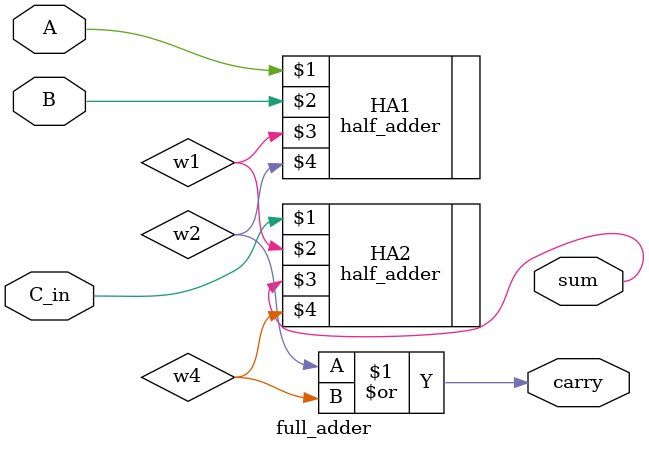
<source format=v>


module full_adder(
    input   A,
    input   B,
    input   C_in,
    output  sum,
    output  carry
);


    wire    w1;
    wire    w2;
    wire    w3;
    wire    w4;
    
    half_adder HA1(A, B, w1, w2);
    half_adder HA2(C_in, w1, sum, w4);
    assign carry = w2 | w4;
endmodule

</source>
